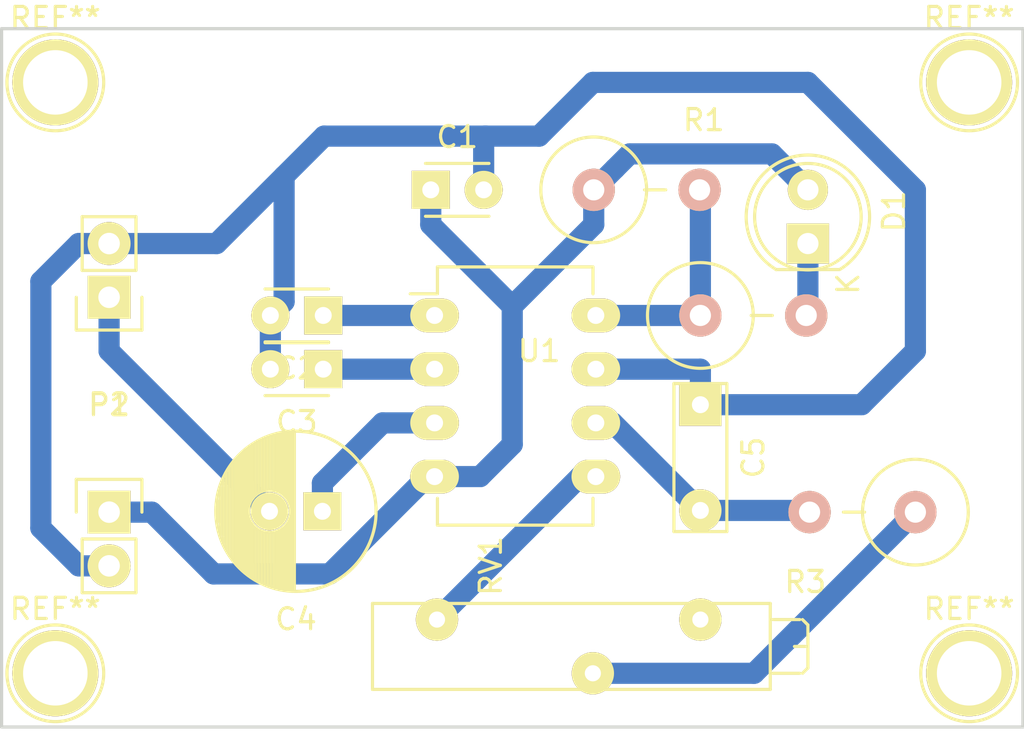
<source format=kicad_pcb>
(kicad_pcb (version 20160815) (host pcbnew 201610040835+7277~55~ubuntu16.04.1-)

  (general
    (links 21)
    (no_connects 0)
    (area 121.844999 87.4345 170.255001 123.2665)
    (thickness 1.6)
    (drawings 4)
    (tracks 59)
    (zones 0)
    (modules 17)
    (nets 13)
  )

  (page A4)
  (layers
    (0 F.Cu signal)
    (31 B.Cu signal)
    (32 B.Adhes user)
    (33 F.Adhes user)
    (34 B.Paste user)
    (35 F.Paste user)
    (36 B.SilkS user)
    (37 F.SilkS user)
    (38 B.Mask user)
    (39 F.Mask user)
    (40 Dwgs.User user)
    (41 Cmts.User user)
    (42 Eco1.User user)
    (43 Eco2.User user)
    (44 Edge.Cuts user)
    (45 Margin user)
    (46 B.CrtYd user)
    (47 F.CrtYd user)
    (48 B.Fab user)
    (49 F.Fab user)
  )

  (setup
    (last_trace_width 0.25)
    (user_trace_width 0.5)
    (user_trace_width 1)
    (trace_clearance 0.2)
    (zone_clearance 0.508)
    (zone_45_only no)
    (trace_min 0.2)
    (segment_width 0.2)
    (edge_width 0.15)
    (via_size 0.8)
    (via_drill 0.4)
    (via_min_size 0.4)
    (via_min_drill 0.3)
    (uvia_size 0.3)
    (uvia_drill 0.1)
    (uvias_allowed no)
    (uvia_min_size 0.2)
    (uvia_min_drill 0.1)
    (pcb_text_width 0.3)
    (pcb_text_size 1.5 1.5)
    (mod_edge_width 0.15)
    (mod_text_size 1 1)
    (mod_text_width 0.15)
    (pad_size 1.8 1.8)
    (pad_drill 0.8)
    (pad_to_mask_clearance 0.2)
    (aux_axis_origin 121.92 121.92)
    (grid_origin 121.92 121.92)
    (visible_elements FFFFFF7F)
    (pcbplotparams
      (layerselection 0x01030_ffffffff)
      (usegerberextensions false)
      (excludeedgelayer true)
      (linewidth 0.100000)
      (plotframeref false)
      (viasonmask false)
      (mode 1)
      (useauxorigin true)
      (hpglpennumber 1)
      (hpglpenspeed 20)
      (hpglpendiameter 15)
      (psnegative false)
      (psa4output false)
      (plotreference true)
      (plotvalue true)
      (plotinvisibletext false)
      (padsonsilk false)
      (subtractmaskfromsilk false)
      (outputformat 1)
      (mirror false)
      (drillshape 0)
      (scaleselection 1)
      (outputdirectory gerber2/))
  )

  (net 0 "")
  (net 1 Vcc)
  (net 2 GND)
  (net 3 "Net-(C2-Pad1)")
  (net 4 "Net-(C3-Pad1)")
  (net 5 "Net-(C4-Pad2)")
  (net 6 "Net-(C4-Pad1)")
  (net 7 "Net-(C5-Pad2)")
  (net 8 "Net-(D1-Pad1)")
  (net 9 "Net-(R1-Pad2)")
  (net 10 "Net-(R3-Pad1)")
  (net 11 "Net-(RV1-Pad3)")
  (net 12 "Net-(RV1-Pad1)")

  (net_class Default "This is the default net class."
    (clearance 0.2)
    (trace_width 0.25)
    (via_dia 0.8)
    (via_drill 0.4)
    (uvia_dia 0.3)
    (uvia_drill 0.1)
    (diff_pair_gap 0.25)
    (diff_pair_width 0.2)
    (add_net GND)
    (add_net "Net-(C2-Pad1)")
    (add_net "Net-(C3-Pad1)")
    (add_net "Net-(C4-Pad1)")
    (add_net "Net-(C4-Pad2)")
    (add_net "Net-(C5-Pad2)")
    (add_net "Net-(D1-Pad1)")
    (add_net "Net-(R1-Pad2)")
    (add_net "Net-(R3-Pad1)")
    (add_net "Net-(RV1-Pad1)")
    (add_net "Net-(RV1-Pad3)")
    (add_net Vcc)
  )

  (module Connect:1pin (layer F.Cu) (tedit 57F69416) (tstamp 57EF98D6)
    (at 167.64 119.38)
    (descr "module 1 pin (ou trou mecanique de percage)")
    (tags DEV)
    (fp_text reference REF** (at 0 -3.048) (layer F.SilkS)
      (effects (font (size 1 1) (thickness 0.15)))
    )
    (fp_text value 1pin (at 0 2.794) (layer F.Fab)
      (effects (font (size 1 1) (thickness 0.15)))
    )
    (fp_circle (center 0 0) (end 0 -2.286) (layer F.SilkS) (width 0.15))
    (pad 1 thru_hole circle (at 0 0) (size 4.064 4.064) (drill 3.048) (layers *.Cu *.Mask F.SilkS))
  )

  (module Connect:1pin (layer F.Cu) (tedit 57F69416) (tstamp 57EF98D5)
    (at 167.64 91.44)
    (descr "module 1 pin (ou trou mecanique de percage)")
    (tags DEV)
    (fp_text reference REF** (at 0 -3.048) (layer F.SilkS)
      (effects (font (size 1 1) (thickness 0.15)))
    )
    (fp_text value 1pin (at 0 2.794) (layer F.Fab)
      (effects (font (size 1 1) (thickness 0.15)))
    )
    (fp_circle (center 0 0) (end 0 -2.286) (layer F.SilkS) (width 0.15))
    (pad 1 thru_hole circle (at 0 0) (size 4.064 4.064) (drill 3.048) (layers *.Cu *.Mask F.SilkS))
  )

  (module Connect:1pin (layer F.Cu) (tedit 57F69416) (tstamp 57EF98B4)
    (at 124.46 119.38)
    (descr "module 1 pin (ou trou mecanique de percage)")
    (tags DEV)
    (fp_text reference REF** (at 0 -3.048) (layer F.SilkS)
      (effects (font (size 1 1) (thickness 0.15)))
    )
    (fp_text value 1pin (at 0 2.794) (layer F.Fab)
      (effects (font (size 1 1) (thickness 0.15)))
    )
    (fp_circle (center 0 0) (end 0 -2.286) (layer F.SilkS) (width 0.15))
    (pad 1 thru_hole circle (at 0 0) (size 4.064 4.064) (drill 3.048) (layers *.Cu *.Mask F.SilkS))
  )

  (module Connect:1pin (layer F.Cu) (tedit 57F69416) (tstamp 57EF98B1)
    (at 124.46 91.44)
    (descr "module 1 pin (ou trou mecanique de percage)")
    (tags DEV)
    (fp_text reference REF** (at 0 -3.048) (layer F.SilkS)
      (effects (font (size 1 1) (thickness 0.15)))
    )
    (fp_text value 1pin (at 0 2.794) (layer F.Fab)
      (effects (font (size 1 1) (thickness 0.15)))
    )
    (fp_circle (center 0 0) (end 0 -2.286) (layer F.SilkS) (width 0.15))
    (pad 1 thru_hole circle (at 0 0) (size 4.064 4.064) (drill 3.048) (layers *.Cu *.Mask F.SilkS))
  )

  (module Capacitors_ThroughHole:C_Disc_D3_P2.5 (layer F.Cu) (tedit 57F69416) (tstamp 57EF89B3)
    (at 142.2 96.52)
    (descr "Capacitor 3mm Disc, Pitch 2.5mm")
    (tags Capacitor)
    (path /57ECA598)
    (fp_text reference C1 (at 1.25 -2.5) (layer F.SilkS)
      (effects (font (size 1 1) (thickness 0.15)))
    )
    (fp_text value 0.1u (at 1.25 2.5) (layer F.Fab)
      (effects (font (size 1 1) (thickness 0.15)))
    )
    (fp_line (start 2.75 1.25) (end -0.25 1.25) (layer F.SilkS) (width 0.15))
    (fp_line (start -0.25 -1.25) (end 2.75 -1.25) (layer F.SilkS) (width 0.15))
    (fp_line (start -0.9 1.5) (end -0.9 -1.5) (layer F.CrtYd) (width 0.05))
    (fp_line (start 3.4 1.5) (end -0.9 1.5) (layer F.CrtYd) (width 0.05))
    (fp_line (start 3.4 -1.5) (end 3.4 1.5) (layer F.CrtYd) (width 0.05))
    (fp_line (start -0.9 -1.5) (end 3.4 -1.5) (layer F.CrtYd) (width 0.05))
    (pad 2 thru_hole circle (at 2.5 0) (size 1.8 1.8) (drill 0.8001) (layers *.Cu *.Mask F.SilkS)
      (net 2 GND))
    (pad 1 thru_hole rect (at 0 0) (size 1.8 1.8) (drill 0.8) (layers *.Cu *.Mask F.SilkS)
      (net 1 Vcc))
    (model Capacitors_ThroughHole.3dshapes/C_Disc_D3_P2.5.wrl
      (at (xyz 0.0492126 0 0))
      (scale (xyz 1 1 1))
      (rotate (xyz 0 0 0))
    )
  )

  (module Capacitors_ThroughHole:C_Disc_D3_P2.5 (layer F.Cu) (tedit 57F69416) (tstamp 57EF89BF)
    (at 137.12 102.46 180)
    (descr "Capacitor 3mm Disc, Pitch 2.5mm")
    (tags Capacitor)
    (path /57ECA606)
    (fp_text reference C2 (at 1.25 -2.5 180) (layer F.SilkS)
      (effects (font (size 1 1) (thickness 0.15)))
    )
    (fp_text value 22u (at 1.25 2.5 180) (layer F.Fab)
      (effects (font (size 1 1) (thickness 0.15)))
    )
    (fp_line (start -0.9 -1.5) (end 3.4 -1.5) (layer F.CrtYd) (width 0.05))
    (fp_line (start 3.4 -1.5) (end 3.4 1.5) (layer F.CrtYd) (width 0.05))
    (fp_line (start 3.4 1.5) (end -0.9 1.5) (layer F.CrtYd) (width 0.05))
    (fp_line (start -0.9 1.5) (end -0.9 -1.5) (layer F.CrtYd) (width 0.05))
    (fp_line (start -0.25 -1.25) (end 2.75 -1.25) (layer F.SilkS) (width 0.15))
    (fp_line (start 2.75 1.25) (end -0.25 1.25) (layer F.SilkS) (width 0.15))
    (pad 1 thru_hole rect (at 0 0 180) (size 1.8 1.8) (drill 0.8) (layers *.Cu *.Mask F.SilkS)
      (net 3 "Net-(C2-Pad1)"))
    (pad 2 thru_hole circle (at 2.5 0 180) (size 1.8 1.8) (drill 0.8001) (layers *.Cu *.Mask F.SilkS)
      (net 2 GND))
    (model Capacitors_ThroughHole.3dshapes/C_Disc_D3_P2.5.wrl
      (at (xyz 0.0492126 0 0))
      (scale (xyz 1 1 1))
      (rotate (xyz 0 0 0))
    )
  )

  (module Capacitors_ThroughHole:C_Disc_D3_P2.5 (layer F.Cu) (tedit 57F69416) (tstamp 57EF89CB)
    (at 137.12 105 180)
    (descr "Capacitor 3mm Disc, Pitch 2.5mm")
    (tags Capacitor)
    (path /57ECA642)
    (fp_text reference C3 (at 1.25 -2.5 180) (layer F.SilkS)
      (effects (font (size 1 1) (thickness 0.15)))
    )
    (fp_text value 10u (at 1.25 2.5 180) (layer F.Fab)
      (effects (font (size 1 1) (thickness 0.15)))
    )
    (fp_line (start 2.75 1.25) (end -0.25 1.25) (layer F.SilkS) (width 0.15))
    (fp_line (start -0.25 -1.25) (end 2.75 -1.25) (layer F.SilkS) (width 0.15))
    (fp_line (start -0.9 1.5) (end -0.9 -1.5) (layer F.CrtYd) (width 0.05))
    (fp_line (start 3.4 1.5) (end -0.9 1.5) (layer F.CrtYd) (width 0.05))
    (fp_line (start 3.4 -1.5) (end 3.4 1.5) (layer F.CrtYd) (width 0.05))
    (fp_line (start -0.9 -1.5) (end 3.4 -1.5) (layer F.CrtYd) (width 0.05))
    (pad 2 thru_hole circle (at 2.5 0 180) (size 1.8 1.8) (drill 0.8001) (layers *.Cu *.Mask F.SilkS)
      (net 2 GND))
    (pad 1 thru_hole rect (at 0 0 180) (size 1.8 1.8) (drill 0.8) (layers *.Cu *.Mask F.SilkS)
      (net 4 "Net-(C3-Pad1)"))
    (model Capacitors_ThroughHole.3dshapes/C_Disc_D3_P2.5.wrl
      (at (xyz 0.0492126 0 0))
      (scale (xyz 1 1 1))
      (rotate (xyz 0 0 0))
    )
  )

  (module Capacitors_ThroughHole:C_Radial_D7.5_L11.2_P2.5 (layer F.Cu) (tedit 57F69416) (tstamp 57EF89FD)
    (at 137.08 111.72 180)
    (descr "Radial Electrolytic Capacitor Diameter 7.5mm x Length 11.2mm, Pitch 2.5mm")
    (tags "Electrolytic Capacitor")
    (path /57ECA72A)
    (fp_text reference C4 (at 1.25 -5.1 180) (layer F.SilkS)
      (effects (font (size 1 1) (thickness 0.15)))
    )
    (fp_text value 100u (at 1.25 5.1 180) (layer F.Fab)
      (effects (font (size 1 1) (thickness 0.15)))
    )
    (fp_circle (center 1.25 0) (end 1.25 -4.1) (layer F.CrtYd) (width 0.05))
    (fp_circle (center 1.25 0) (end 1.25 -3.7875) (layer F.SilkS) (width 0.15))
    (fp_circle (center 2.5 0) (end 2.5 -1) (layer F.SilkS) (width 0.15))
    (fp_line (start 4.965 -0.511) (end 4.965 0.511) (layer F.SilkS) (width 0.15))
    (fp_line (start 4.825 -1.132) (end 4.825 1.132) (layer F.SilkS) (width 0.15))
    (fp_line (start 4.685 -1.504) (end 4.685 1.504) (layer F.SilkS) (width 0.15))
    (fp_line (start 4.545 -1.79) (end 4.545 1.79) (layer F.SilkS) (width 0.15))
    (fp_line (start 4.405 -2.027) (end 4.405 2.027) (layer F.SilkS) (width 0.15))
    (fp_line (start 4.265 -2.23) (end 4.265 2.23) (layer F.SilkS) (width 0.15))
    (fp_line (start 4.125 -2.408) (end 4.125 2.408) (layer F.SilkS) (width 0.15))
    (fp_line (start 3.985 -2.566) (end 3.985 2.566) (layer F.SilkS) (width 0.15))
    (fp_line (start 3.845 -2.707) (end 3.845 2.707) (layer F.SilkS) (width 0.15))
    (fp_line (start 3.705 -2.835) (end 3.705 2.835) (layer F.SilkS) (width 0.15))
    (fp_line (start 3.565 -2.95) (end 3.565 2.95) (layer F.SilkS) (width 0.15))
    (fp_line (start 3.425 0.38) (end 3.425 3.055) (layer F.SilkS) (width 0.15))
    (fp_line (start 3.425 -3.055) (end 3.425 -0.38) (layer F.SilkS) (width 0.15))
    (fp_line (start 3.285 0.619) (end 3.285 3.15) (layer F.SilkS) (width 0.15))
    (fp_line (start 3.285 -3.15) (end 3.285 -0.619) (layer F.SilkS) (width 0.15))
    (fp_line (start 3.145 0.764) (end 3.145 3.236) (layer F.SilkS) (width 0.15))
    (fp_line (start 3.145 -3.236) (end 3.145 -0.764) (layer F.SilkS) (width 0.15))
    (fp_line (start 3.005 0.863) (end 3.005 3.314) (layer F.SilkS) (width 0.15))
    (fp_line (start 3.005 -3.314) (end 3.005 -0.863) (layer F.SilkS) (width 0.15))
    (fp_line (start 2.865 0.931) (end 2.865 3.384) (layer F.SilkS) (width 0.15))
    (fp_line (start 2.865 -3.384) (end 2.865 -0.931) (layer F.SilkS) (width 0.15))
    (fp_line (start 2.725 0.974) (end 2.725 3.448) (layer F.SilkS) (width 0.15))
    (fp_line (start 2.725 -3.448) (end 2.725 -0.974) (layer F.SilkS) (width 0.15))
    (fp_line (start 2.585 0.996) (end 2.585 3.504) (layer F.SilkS) (width 0.15))
    (fp_line (start 2.585 -3.504) (end 2.585 -0.996) (layer F.SilkS) (width 0.15))
    (fp_line (start 2.445 0.998) (end 2.445 3.555) (layer F.SilkS) (width 0.15))
    (fp_line (start 2.445 -3.555) (end 2.445 -0.998) (layer F.SilkS) (width 0.15))
    (fp_line (start 2.305 0.981) (end 2.305 3.599) (layer F.SilkS) (width 0.15))
    (fp_line (start 2.305 -3.599) (end 2.305 -0.981) (layer F.SilkS) (width 0.15))
    (fp_line (start 2.165 0.942) (end 2.165 3.637) (layer F.SilkS) (width 0.15))
    (fp_line (start 2.165 -3.637) (end 2.165 -0.942) (layer F.SilkS) (width 0.15))
    (fp_line (start 2.025 0.88) (end 2.025 3.669) (layer F.SilkS) (width 0.15))
    (fp_line (start 2.025 -3.669) (end 2.025 -0.88) (layer F.SilkS) (width 0.15))
    (fp_line (start 1.885 0.789) (end 1.885 3.696) (layer F.SilkS) (width 0.15))
    (fp_line (start 1.885 -3.696) (end 1.885 -0.789) (layer F.SilkS) (width 0.15))
    (fp_line (start 1.745 0.656) (end 1.745 3.717) (layer F.SilkS) (width 0.15))
    (fp_line (start 1.745 -3.717) (end 1.745 -0.656) (layer F.SilkS) (width 0.15))
    (fp_line (start 1.605 0.446) (end 1.605 3.733) (layer F.SilkS) (width 0.15))
    (fp_line (start 1.605 -3.733) (end 1.605 -0.446) (layer F.SilkS) (width 0.15))
    (fp_line (start 1.465 -3.744) (end 1.465 3.744) (layer F.SilkS) (width 0.15))
    (fp_line (start 1.325 -3.749) (end 1.325 3.749) (layer F.SilkS) (width 0.15))
    (pad 1 thru_hole rect (at 0 0 180) (size 1.8 1.8) (drill 0.8) (layers *.Cu *.Mask F.SilkS)
      (net 6 "Net-(C4-Pad1)"))
    (pad 2 thru_hole circle (at 2.5 0 180) (size 1.8 1.8) (drill 0.8) (layers *.Cu *.Mask F.SilkS)
      (net 5 "Net-(C4-Pad2)"))
    (model Capacitors_ThroughHole.3dshapes/C_Radial_D7.5_L11.2_P2.5.wrl
      (at (xyz 0 0 0))
      (scale (xyz 1 1 1))
      (rotate (xyz 0 0 0))
    )
  )

  (module Capacitors_ThroughHole:C_Rect_L7_W2.5_P5 (layer F.Cu) (tedit 57F69416) (tstamp 57EF8A0B)
    (at 154.94 106.68 270)
    (descr "Film Capacitor Length 7mm x Width 2.5mm, Pitch 5mm")
    (tags Capacitor)
    (path /57ECA68C)
    (fp_text reference C5 (at 2.5 -2.5 270) (layer F.SilkS)
      (effects (font (size 1 1) (thickness 0.15)))
    )
    (fp_text value 0.47u (at 2.5 2.5 270) (layer F.Fab)
      (effects (font (size 1 1) (thickness 0.15)))
    )
    (fp_line (start -1 1.25) (end -1 -1.25) (layer F.SilkS) (width 0.15))
    (fp_line (start 6 1.25) (end -1 1.25) (layer F.SilkS) (width 0.15))
    (fp_line (start 6 -1.25) (end 6 1.25) (layer F.SilkS) (width 0.15))
    (fp_line (start -1 -1.25) (end 6 -1.25) (layer F.SilkS) (width 0.15))
    (fp_line (start -1.25 1.5) (end -1.25 -1.5) (layer F.CrtYd) (width 0.05))
    (fp_line (start 6.25 1.5) (end -1.25 1.5) (layer F.CrtYd) (width 0.05))
    (fp_line (start 6.25 -1.5) (end 6.25 1.5) (layer F.CrtYd) (width 0.05))
    (fp_line (start -1.25 -1.5) (end 6.25 -1.5) (layer F.CrtYd) (width 0.05))
    (pad 2 thru_hole circle (at 5 0 270) (size 2 2) (drill 0.8) (layers *.Cu *.Mask F.SilkS)
      (net 7 "Net-(C5-Pad2)"))
    (pad 1 thru_hole rect (at 0 0 270) (size 2 2) (drill 0.8) (layers *.Cu *.Mask F.SilkS)
      (net 2 GND))
  )

  (module LEDs:LED-5MM (layer F.Cu) (tedit 57F69416) (tstamp 57EF8A11)
    (at 160.02 99.06 90)
    (descr "LED 5mm round vertical")
    (tags "LED 5mm round vertical")
    (path /57EE09A2)
    (fp_text reference D1 (at 1.524 4.064 90) (layer F.SilkS)
      (effects (font (size 1 1) (thickness 0.15)))
    )
    (fp_text value LED (at 1.524 -3.937 90) (layer F.Fab)
      (effects (font (size 1 1) (thickness 0.15)))
    )
    (fp_text user K (at -1.905 1.905 90) (layer F.SilkS)
      (effects (font (size 1 1) (thickness 0.15)))
    )
    (fp_circle (center 1.27 0) (end 0.97 -2.5) (layer F.SilkS) (width 0.15))
    (fp_line (start -1.23 1.5) (end -1.23 -1.5) (layer F.SilkS) (width 0.15))
    (fp_arc (start 1.27 0) (end -1.23 -1.5) (angle 297.5) (layer F.SilkS) (width 0.15))
    (fp_arc (start 1.3 0) (end -1.5 1.55) (angle -302) (layer F.CrtYd) (width 0.05))
    (fp_line (start -1.5 -1.55) (end -1.5 1.55) (layer F.CrtYd) (width 0.05))
    (pad 2 thru_hole circle (at 2.54 0 90) (size 1.9 1.9) (drill 1.00076) (layers *.Cu *.Mask F.SilkS)
      (net 1 Vcc))
    (pad 1 thru_hole rect (at 0 0 180) (size 2 1.9) (drill 1.00076) (layers *.Cu *.Mask F.SilkS)
      (net 8 "Net-(D1-Pad1)"))
    (model LEDs.3dshapes/LED-5MM.wrl
      (at (xyz 0.05 0 0))
      (scale (xyz 1 1 1))
      (rotate (xyz 0 0 90))
    )
  )

  (module Pin_Headers:Pin_Header_Straight_1x02 (layer F.Cu) (tedit 57F69416) (tstamp 57EF8A17)
    (at 127 101.6 180)
    (descr "Through hole pin header")
    (tags "pin header")
    (path /57EE0630)
    (fp_text reference P1 (at 0 -5.1 180) (layer F.SilkS)
      (effects (font (size 1 1) (thickness 0.15)))
    )
    (fp_text value AUDIO_IN (at 0 -3.1 180) (layer F.Fab)
      (effects (font (size 1 1) (thickness 0.15)))
    )
    (fp_line (start -1.27 3.81) (end 1.27 3.81) (layer F.SilkS) (width 0.15))
    (fp_line (start -1.27 1.27) (end -1.27 3.81) (layer F.SilkS) (width 0.15))
    (fp_line (start -1.55 -1.55) (end 1.55 -1.55) (layer F.SilkS) (width 0.15))
    (fp_line (start -1.55 0) (end -1.55 -1.55) (layer F.SilkS) (width 0.15))
    (fp_line (start 1.27 1.27) (end -1.27 1.27) (layer F.SilkS) (width 0.15))
    (fp_line (start -1.75 4.3) (end 1.75 4.3) (layer F.CrtYd) (width 0.05))
    (fp_line (start -1.75 -1.75) (end 1.75 -1.75) (layer F.CrtYd) (width 0.05))
    (fp_line (start 1.75 -1.75) (end 1.75 4.3) (layer F.CrtYd) (width 0.05))
    (fp_line (start -1.75 -1.75) (end -1.75 4.3) (layer F.CrtYd) (width 0.05))
    (fp_line (start 1.55 -1.55) (end 1.55 0) (layer F.SilkS) (width 0.15))
    (fp_line (start 1.27 1.27) (end 1.27 3.81) (layer F.SilkS) (width 0.15))
    (pad 2 thru_hole oval (at 0 2.54 180) (size 2.032 2.032) (drill 1.016) (layers *.Cu *.Mask F.SilkS)
      (net 2 GND))
    (pad 1 thru_hole rect (at 0 0 180) (size 2.032 2.032) (drill 1.016) (layers *.Cu *.Mask F.SilkS)
      (net 5 "Net-(C4-Pad2)"))
    (model Pin_Headers.3dshapes/Pin_Header_Straight_1x02.wrl
      (at (xyz 0 -0.05 0))
      (scale (xyz 1 1 1))
      (rotate (xyz 0 0 90))
    )
  )

  (module Pin_Headers:Pin_Header_Straight_1x02 (layer F.Cu) (tedit 57F69416) (tstamp 57EF8A1D)
    (at 127 111.76)
    (descr "Through hole pin header")
    (tags "pin header")
    (path /57EF84F2)
    (fp_text reference P2 (at 0 -5.1) (layer F.SilkS)
      (effects (font (size 1 1) (thickness 0.15)))
    )
    (fp_text value POWER (at 0 -3.1) (layer F.Fab)
      (effects (font (size 1 1) (thickness 0.15)))
    )
    (fp_line (start 1.27 1.27) (end 1.27 3.81) (layer F.SilkS) (width 0.15))
    (fp_line (start 1.55 -1.55) (end 1.55 0) (layer F.SilkS) (width 0.15))
    (fp_line (start -1.75 -1.75) (end -1.75 4.3) (layer F.CrtYd) (width 0.05))
    (fp_line (start 1.75 -1.75) (end 1.75 4.3) (layer F.CrtYd) (width 0.05))
    (fp_line (start -1.75 -1.75) (end 1.75 -1.75) (layer F.CrtYd) (width 0.05))
    (fp_line (start -1.75 4.3) (end 1.75 4.3) (layer F.CrtYd) (width 0.05))
    (fp_line (start 1.27 1.27) (end -1.27 1.27) (layer F.SilkS) (width 0.15))
    (fp_line (start -1.55 0) (end -1.55 -1.55) (layer F.SilkS) (width 0.15))
    (fp_line (start -1.55 -1.55) (end 1.55 -1.55) (layer F.SilkS) (width 0.15))
    (fp_line (start -1.27 1.27) (end -1.27 3.81) (layer F.SilkS) (width 0.15))
    (fp_line (start -1.27 3.81) (end 1.27 3.81) (layer F.SilkS) (width 0.15))
    (pad 1 thru_hole rect (at 0 0) (size 2.032 2.032) (drill 1.016) (layers *.Cu *.Mask F.SilkS)
      (net 1 Vcc))
    (pad 2 thru_hole oval (at 0 2.54) (size 2.032 2.032) (drill 1.016) (layers *.Cu *.Mask F.SilkS)
      (net 2 GND))
    (model Pin_Headers.3dshapes/Pin_Header_Straight_1x02.wrl
      (at (xyz 0 -0.05 0))
      (scale (xyz 1 1 1))
      (rotate (xyz 0 0 90))
    )
  )

  (module Resistors_ThroughHole:Resistor_Vertical_RM5mm (layer F.Cu) (tedit 57F69416) (tstamp 57EF8A25)
    (at 152.4 96.52)
    (descr "Resistor, Vertical, RM 5mm, 1/3W,")
    (tags "Resistor, Vertical, RM 5mm, 1/3W,")
    (path /57ECA78C)
    (fp_text reference R1 (at 2.70002 -3.29946) (layer F.SilkS)
      (effects (font (size 1 1) (thickness 0.15)))
    )
    (fp_text value 22K (at 0 4.50088) (layer F.Fab)
      (effects (font (size 1 1) (thickness 0.15)))
    )
    (fp_circle (center -2.49936 0) (end 0 0) (layer F.SilkS) (width 0.15))
    (fp_line (start -0.09906 0) (end 0.9017 0) (layer F.SilkS) (width 0.15))
    (pad 2 thru_hole circle (at 2.5019 0) (size 1.99898 1.99898) (drill 1.00076) (layers *.Cu *.SilkS *.Mask)
      (net 9 "Net-(R1-Pad2)"))
    (pad 1 thru_hole circle (at -2.49936 0) (size 1.99898 1.99898) (drill 1.00076) (layers *.Cu *.SilkS *.Mask)
      (net 1 Vcc))
  )

  (module Resistors_ThroughHole:Resistor_Vertical_RM5mm (layer F.Cu) (tedit 57F69416) (tstamp 57EF8A2D)
    (at 157.43936 102.46)
    (descr "Resistor, Vertical, RM 5mm, 1/3W,")
    (tags "Resistor, Vertical, RM 5mm, 1/3W,")
    (path /57ECA7F5)
    (fp_text reference R2 (at 2.70002 -3.29946) (layer F.SilkS)
      (effects (font (size 1 1) (thickness 0.15)))
    )
    (fp_text value 1K (at 0 4.50088) (layer F.Fab)
      (effects (font (size 1 1) (thickness 0.15)))
    )
    (fp_line (start -0.09906 0) (end 0.9017 0) (layer F.SilkS) (width 0.15))
    (fp_circle (center -2.49936 0) (end 0 0) (layer F.SilkS) (width 0.15))
    (pad 1 thru_hole circle (at -2.49936 0) (size 1.99898 1.99898) (drill 1.00076) (layers *.Cu *.SilkS *.Mask)
      (net 9 "Net-(R1-Pad2)"))
    (pad 2 thru_hole circle (at 2.5019 0) (size 1.99898 1.99898) (drill 1.00076) (layers *.Cu *.SilkS *.Mask)
      (net 8 "Net-(D1-Pad1)"))
  )

  (module Resistors_ThroughHole:Resistor_Vertical_RM5mm (layer F.Cu) (tedit 57F69416) (tstamp 57EF8A35)
    (at 162.60064 111.76 180)
    (descr "Resistor, Vertical, RM 5mm, 1/3W,")
    (tags "Resistor, Vertical, RM 5mm, 1/3W,")
    (path /57ECA83B)
    (fp_text reference R3 (at 2.70002 -3.29946 180) (layer F.SilkS)
      (effects (font (size 1 1) (thickness 0.15)))
    )
    (fp_text value 2.2K (at 0 4.50088 180) (layer F.Fab)
      (effects (font (size 1 1) (thickness 0.15)))
    )
    (fp_circle (center -2.49936 0) (end 0 0) (layer F.SilkS) (width 0.15))
    (fp_line (start -0.09906 0) (end 0.9017 0) (layer F.SilkS) (width 0.15))
    (pad 2 thru_hole circle (at 2.5019 0 180) (size 1.99898 1.99898) (drill 1.00076) (layers *.Cu *.SilkS *.Mask)
      (net 7 "Net-(C5-Pad2)"))
    (pad 1 thru_hole circle (at -2.49936 0 180) (size 1.99898 1.99898) (drill 1.00076) (layers *.Cu *.SilkS *.Mask)
      (net 10 "Net-(R3-Pad1)"))
  )

  (module Potentiometers:Potentiometer_Bourns_3006P_Angular_ScrewFront (layer F.Cu) (tedit 57F69416) (tstamp 57EF8A47)
    (at 142.494 116.84 180)
    (descr "3/4, Rectangular, Trimpot, Trimming, Potentiometer, Bourns, 3006")
    (tags "3/4, Rectangular, Trimpot, Trimming, Potentiometer, Bourns, 3006")
    (path /57ECA881)
    (fp_text reference RV1 (at -2.54 2.54 270) (layer F.SilkS)
      (effects (font (size 1 1) (thickness 0.15)))
    )
    (fp_text value 5K (at -5.08 2.54 270) (layer F.Fab)
      (effects (font (size 1 1) (thickness 0.15)))
    )
    (fp_line (start 3.048 -3.302) (end -15.748 -3.302) (layer F.SilkS) (width 0.15))
    (fp_line (start -15.748 0.762) (end 3.048 0.762) (layer F.SilkS) (width 0.15))
    (fp_line (start 3.048 0.762) (end 3.048 -3.302) (layer F.SilkS) (width 0.15))
    (fp_line (start -15.748 0.762) (end -15.748 -3.302) (layer F.SilkS) (width 0.15))
    (fp_line (start -17.399 -1.27) (end -16.891 -1.27) (layer F.SilkS) (width 0.15))
    (fp_line (start -15.875 0) (end -17.145 0) (layer F.SilkS) (width 0.15))
    (fp_line (start -15.875 -2.54) (end -17.145 -2.54) (layer F.SilkS) (width 0.15))
    (fp_line (start -17.526 -0.254) (end -17.272 0) (layer F.SilkS) (width 0.15))
    (fp_line (start -17.526 -1.27) (end -17.526 -0.254) (layer F.SilkS) (width 0.15))
    (fp_line (start -17.526 -2.286) (end -17.526 -1.27) (layer F.SilkS) (width 0.15))
    (fp_line (start -17.272 -2.54) (end -17.526 -2.286) (layer F.SilkS) (width 0.15))
    (pad 1 thru_hole circle (at 0 0 180) (size 2 2) (drill 0.762) (layers *.Cu *.Mask F.SilkS)
      (net 12 "Net-(RV1-Pad1)"))
    (pad 2 thru_hole circle (at -7.366 -2.54 180) (size 2 2) (drill 0.762) (layers *.Cu *.Mask F.SilkS)
      (net 10 "Net-(R3-Pad1)"))
    (pad 3 thru_hole circle (at -12.446 0 180) (size 2 2) (drill 0.762) (layers *.Cu *.Mask F.SilkS)
      (net 11 "Net-(RV1-Pad3)"))
    (model Potentiometers.3dshapes/Potentiometer_Bourns_3006P_Angular_ScrewFront.wrl
      (at (xyz 0 0 0))
      (scale (xyz 1 1 1))
      (rotate (xyz 0 0 0))
    )
  )

  (module Housings_DIP:DIP-8_W7.62mm_LongPads (layer F.Cu) (tedit 57F69416) (tstamp 57EF8A5E)
    (at 142.38 102.46)
    (descr "8-lead dip package, row spacing 7.62 mm (300 mils), longer pads")
    (tags "dil dip 2.54 300")
    (path /57ECA546)
    (fp_text reference U1 (at 4.94 1.68) (layer F.SilkS)
      (effects (font (size 1 1) (thickness 0.15)))
    )
    (fp_text value NE567 (at 4.94 4.22) (layer F.Fab)
      (effects (font (size 1 1) (thickness 0.15)))
    )
    (fp_line (start 0.135 -1.025) (end -1.15 -1.025) (layer F.SilkS) (width 0.15))
    (fp_line (start 0.135 9.915) (end 7.485 9.915) (layer F.SilkS) (width 0.15))
    (fp_line (start 0.135 -2.295) (end 7.485 -2.295) (layer F.SilkS) (width 0.15))
    (fp_line (start 0.135 9.915) (end 0.135 8.645) (layer F.SilkS) (width 0.15))
    (fp_line (start 7.485 9.915) (end 7.485 8.645) (layer F.SilkS) (width 0.15))
    (fp_line (start 7.485 -2.295) (end 7.485 -1.025) (layer F.SilkS) (width 0.15))
    (fp_line (start 0.135 -2.295) (end 0.135 -1.025) (layer F.SilkS) (width 0.15))
    (fp_line (start -1.4 10.1) (end 9 10.1) (layer F.CrtYd) (width 0.05))
    (fp_line (start -1.4 -2.45) (end 9 -2.45) (layer F.CrtYd) (width 0.05))
    (fp_line (start 9 -2.45) (end 9 10.1) (layer F.CrtYd) (width 0.05))
    (fp_line (start -1.4 -2.45) (end -1.4 10.1) (layer F.CrtYd) (width 0.05))
    (pad 8 thru_hole oval (at 7.62 0) (size 2.3 1.6) (drill 0.8) (layers *.Cu *.Mask F.SilkS)
      (net 9 "Net-(R1-Pad2)"))
    (pad 7 thru_hole oval (at 7.62 2.54) (size 2.3 1.6) (drill 0.8) (layers *.Cu *.Mask F.SilkS)
      (net 2 GND))
    (pad 6 thru_hole oval (at 7.62 5.08) (size 2.3 1.6) (drill 0.8) (layers *.Cu *.Mask F.SilkS)
      (net 7 "Net-(C5-Pad2)"))
    (pad 5 thru_hole oval (at 7.62 7.62) (size 2.3 1.6) (drill 0.8) (layers *.Cu *.Mask F.SilkS)
      (net 12 "Net-(RV1-Pad1)"))
    (pad 4 thru_hole oval (at 0 7.62) (size 2.3 1.6) (drill 0.8) (layers *.Cu *.Mask F.SilkS)
      (net 1 Vcc))
    (pad 3 thru_hole oval (at 0 5.08) (size 2.3 1.6) (drill 0.8) (layers *.Cu *.Mask F.SilkS)
      (net 6 "Net-(C4-Pad1)"))
    (pad 2 thru_hole oval (at 0 2.54) (size 2.3 1.6) (drill 0.8) (layers *.Cu *.Mask F.SilkS)
      (net 4 "Net-(C3-Pad1)"))
    (pad 1 thru_hole oval (at 0 0) (size 2.3 1.6) (drill 0.8) (layers *.Cu *.Mask F.SilkS)
      (net 3 "Net-(C2-Pad1)"))
    (model Housings_DIP.3dshapes/DIP-8_W7.62mm_LongPads.wrl
      (at (xyz 0 0 0))
      (scale (xyz 1 1 1))
      (rotate (xyz 0 0 0))
    )
  )

  (gr_line (start 121.92 121.92) (end 121.92 88.9) (layer Edge.Cuts) (width 0.15))
  (gr_line (start 170.18 121.92) (end 121.92 121.92) (layer Edge.Cuts) (width 0.15))
  (gr_line (start 170.18 88.9) (end 170.18 121.92) (layer Edge.Cuts) (width 0.15))
  (gr_line (start 121.92 88.9) (end 170.18 88.9) (layer Edge.Cuts) (width 0.15))

  (segment (start 127 111.76) (end 129.016 111.76) (width 1) (layer B.Cu) (net 1))
  (segment (start 129.016 111.76) (end 131.937038 114.681038) (width 1) (layer B.Cu) (net 1))
  (segment (start 131.937038 114.681038) (end 137.428962 114.681038) (width 1) (layer B.Cu) (net 1))
  (segment (start 137.428962 114.681038) (end 142.03 110.08) (width 1) (layer B.Cu) (net 1))
  (segment (start 142.03 110.08) (end 142.38 110.08) (width 1) (layer B.Cu) (net 1))
  (segment (start 149.90064 96.52) (end 149.90064 98.169362) (width 1) (layer B.Cu) (net 1))
  (segment (start 149.90064 98.169362) (end 146.050001 102.020001) (width 1) (layer B.Cu) (net 1))
  (segment (start 160.02 96.52) (end 158.320509 94.820509) (width 1) (layer B.Cu) (net 1))
  (segment (start 158.320509 94.820509) (end 151.600131 94.820509) (width 1) (layer B.Cu) (net 1))
  (segment (start 151.600131 94.820509) (end 150.900129 95.520511) (width 1) (layer B.Cu) (net 1))
  (segment (start 150.900129 95.520511) (end 149.90064 96.52) (width 1) (layer B.Cu) (net 1))
  (segment (start 142.38 110.08) (end 144.53 110.08) (width 1) (layer B.Cu) (net 1))
  (segment (start 144.53 110.08) (end 146.050001 108.559999) (width 1) (layer B.Cu) (net 1))
  (segment (start 146.050001 108.559999) (end 146.050001 102.020001) (width 1) (layer B.Cu) (net 1))
  (segment (start 146.050001 102.020001) (end 142.2 98.17) (width 1) (layer B.Cu) (net 1))
  (segment (start 142.2 98.17) (end 142.2 96.52) (width 1) (layer B.Cu) (net 1))
  (segment (start 137.16 93.98) (end 144.78 93.98) (width 1) (layer B.Cu) (net 2))
  (segment (start 135.269999 95.870001) (end 137.16 93.98) (width 1) (layer B.Cu) (net 2))
  (segment (start 154.94 106.68) (end 154.94 105) (width 1) (layer B.Cu) (net 2))
  (segment (start 154.94 105) (end 150 105) (width 1) (layer B.Cu) (net 2))
  (segment (start 127 114.3) (end 125.56316 114.3) (width 1) (layer B.Cu) (net 2))
  (segment (start 125.56316 114.3) (end 123.775173 112.512013) (width 1) (layer B.Cu) (net 2))
  (segment (start 123.775173 112.512013) (end 123.775173 100.847987) (width 1) (layer B.Cu) (net 2))
  (segment (start 123.775173 100.847987) (end 125.56316 99.06) (width 1) (layer B.Cu) (net 2))
  (segment (start 125.56316 99.06) (end 127 99.06) (width 1) (layer B.Cu) (net 2))
  (segment (start 127 99.06) (end 132.08 99.06) (width 1) (layer B.Cu) (net 2))
  (segment (start 132.08 99.06) (end 135.269999 95.870001) (width 1) (layer B.Cu) (net 2))
  (segment (start 165.1 104.14) (end 162.56 106.68) (width 1) (layer B.Cu) (net 2))
  (segment (start 162.56 106.68) (end 154.94 106.68) (width 1) (layer B.Cu) (net 2))
  (segment (start 165.1 96.52) (end 165.1 104.14) (width 1) (layer B.Cu) (net 2))
  (segment (start 160.02 91.44) (end 165.1 96.52) (width 1) (layer B.Cu) (net 2))
  (segment (start 149.86 91.44) (end 160.02 91.44) (width 1) (layer B.Cu) (net 2))
  (segment (start 147.32 93.98) (end 149.86 91.44) (width 1) (layer B.Cu) (net 2))
  (segment (start 144.78 93.98) (end 147.32 93.98) (width 1) (layer B.Cu) (net 2))
  (segment (start 144.78 93.98) (end 144.7 94.06) (width 1) (layer B.Cu) (net 2))
  (segment (start 144.7 94.06) (end 144.7 96.52) (width 1) (layer B.Cu) (net 2))
  (segment (start 134.62 102.46) (end 135.269999 101.810001) (width 1) (layer B.Cu) (net 2))
  (segment (start 135.269999 101.810001) (end 135.269999 95.870001) (width 1) (layer B.Cu) (net 2))
  (segment (start 134.62 105) (end 134.62 102.46) (width 1) (layer B.Cu) (net 2))
  (segment (start 137.12 102.46) (end 142.38 102.46) (width 1) (layer B.Cu) (net 3))
  (segment (start 137.12 105) (end 142.38 105) (width 1) (layer B.Cu) (net 4))
  (segment (start 127 101.6) (end 127 104.14) (width 1) (layer B.Cu) (net 5))
  (segment (start 127 104.14) (end 134.58 111.72) (width 1) (layer B.Cu) (net 5))
  (segment (start 142.38 107.54) (end 139.925286 107.54) (width 1) (layer B.Cu) (net 6))
  (segment (start 139.925286 107.54) (end 137.08 110.385286) (width 1) (layer B.Cu) (net 6))
  (segment (start 137.08 110.385286) (end 137.08 111.72) (width 1) (layer B.Cu) (net 6))
  (segment (start 154.94 111.68) (end 160.01874 111.68) (width 1) (layer B.Cu) (net 7))
  (segment (start 160.01874 111.68) (end 160.09874 111.76) (width 1) (layer B.Cu) (net 7))
  (segment (start 150 107.54) (end 150.8 107.54) (width 1) (layer B.Cu) (net 7))
  (segment (start 150.8 107.54) (end 154.94 111.68) (width 1) (layer B.Cu) (net 7))
  (segment (start 160.02 99.06) (end 160.02 102.38126) (width 1) (layer B.Cu) (net 8))
  (segment (start 160.02 102.38126) (end 159.94126 102.46) (width 1) (layer B.Cu) (net 8))
  (segment (start 154.94 102.46) (end 154.94 96.5581) (width 1) (layer B.Cu) (net 9))
  (segment (start 154.94 96.5581) (end 154.9019 96.52) (width 1) (layer B.Cu) (net 9))
  (segment (start 150 102.46) (end 154.94 102.46) (width 1) (layer B.Cu) (net 9))
  (segment (start 149.86 119.38) (end 157.48 119.38) (width 1) (layer B.Cu) (net 10))
  (segment (start 157.48 119.38) (end 165.1 111.76) (width 1) (layer B.Cu) (net 10))
  (segment (start 142.494 116.84) (end 149.254 110.08) (width 1) (layer B.Cu) (net 12))
  (segment (start 149.254 110.08) (end 150 110.08) (width 1) (layer B.Cu) (net 12))

)

</source>
